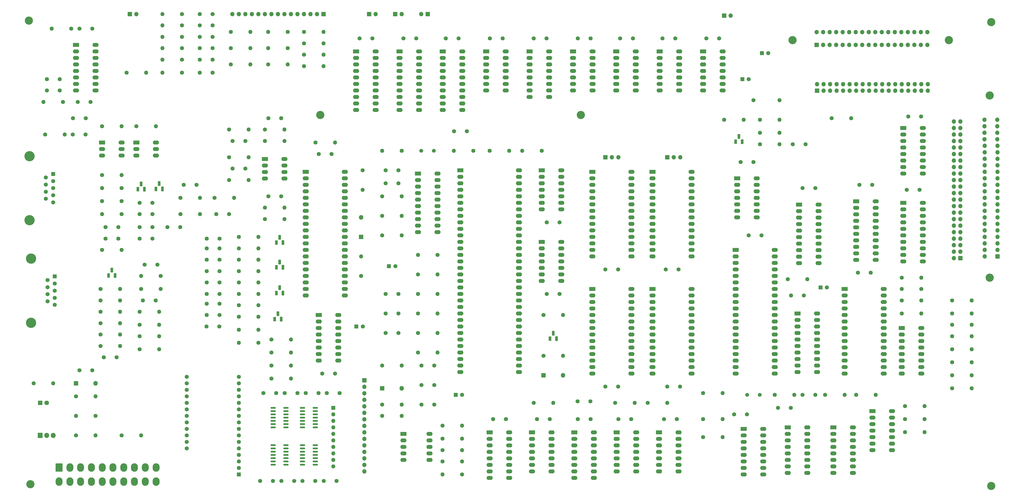
<source format=gbr>
%TF.GenerationSoftware,KiCad,Pcbnew,6.0.1-79c1e3a40b~116~ubuntu21.04.1*%
%TF.CreationDate,2022-06-30T07:35:42-05:00*%
%TF.ProjectId,Console,436f6e73-6f6c-4652-9e6b-696361645f70,rev?*%
%TF.SameCoordinates,Original*%
%TF.FileFunction,Soldermask,Top*%
%TF.FilePolarity,Negative*%
%FSLAX46Y46*%
G04 Gerber Fmt 4.6, Leading zero omitted, Abs format (unit mm)*
G04 Created by KiCad (PCBNEW 6.0.1-79c1e3a40b~116~ubuntu21.04.1) date 2022-06-30 07:35:42*
%MOMM*%
%LPD*%
G01*
G04 APERTURE LIST*
G04 Aperture macros list*
%AMRoundRect*
0 Rectangle with rounded corners*
0 $1 Rounding radius*
0 $2 $3 $4 $5 $6 $7 $8 $9 X,Y pos of 4 corners*
0 Add a 4 corners polygon primitive as box body*
4,1,4,$2,$3,$4,$5,$6,$7,$8,$9,$2,$3,0*
0 Add four circle primitives for the rounded corners*
1,1,$1+$1,$2,$3*
1,1,$1+$1,$4,$5*
1,1,$1+$1,$6,$7*
1,1,$1+$1,$8,$9*
0 Add four rect primitives between the rounded corners*
20,1,$1+$1,$2,$3,$4,$5,0*
20,1,$1+$1,$4,$5,$6,$7,0*
20,1,$1+$1,$6,$7,$8,$9,0*
20,1,$1+$1,$8,$9,$2,$3,0*%
G04 Aperture macros list end*
%ADD10R,2.400000X1.600000*%
%ADD11O,2.400000X1.600000*%
%ADD12C,1.600000*%
%ADD13O,1.600000X1.600000*%
%ADD14C,3.200000*%
%ADD15R,1.600000X1.600000*%
%ADD16R,1.800000X1.800000*%
%ADD17O,1.800000X1.800000*%
%ADD18C,4.000000*%
%ADD19C,1.500000*%
%ADD20R,1.700000X1.700000*%
%ADD21O,1.700000X1.700000*%
%ADD22RoundRect,0.150000X-0.825000X-0.150000X0.825000X-0.150000X0.825000X0.150000X-0.825000X0.150000X0*%
%ADD23R,1.100000X1.800000*%
%ADD24RoundRect,0.275000X-0.275000X-0.625000X0.275000X-0.625000X0.275000X0.625000X-0.275000X0.625000X0*%
%ADD25R,1.905000X2.000000*%
%ADD26O,1.905000X2.000000*%
%ADD27RoundRect,0.250001X-1.099999X-1.399999X1.099999X-1.399999X1.099999X1.399999X-1.099999X1.399999X0*%
%ADD28O,2.700000X3.300000*%
%ADD29C,1.800000*%
G04 APERTURE END LIST*
D10*
%TO.C,U7*%
X276870000Y-196265000D03*
D11*
X276870000Y-198805000D03*
X276870000Y-201345000D03*
X276870000Y-203885000D03*
X276870000Y-206425000D03*
X276870000Y-208965000D03*
X276870000Y-211505000D03*
X284490000Y-211505000D03*
X284490000Y-208965000D03*
X284490000Y-206425000D03*
X284490000Y-203885000D03*
X284490000Y-201345000D03*
X284490000Y-198805000D03*
X284490000Y-196265000D03*
%TD*%
D12*
%TO.C,R15*%
X192405000Y-203200000D03*
D13*
X200025000Y-203200000D03*
%TD*%
D12*
%TO.C,R14*%
X192405000Y-198755000D03*
D13*
X200025000Y-198755000D03*
%TD*%
D10*
%TO.C,U17*%
X226382500Y-47620000D03*
D11*
X226382500Y-50160000D03*
X226382500Y-52700000D03*
X226382500Y-55240000D03*
X226382500Y-57780000D03*
X226382500Y-60320000D03*
X226382500Y-62860000D03*
X226382500Y-65400000D03*
X234002500Y-65400000D03*
X234002500Y-62860000D03*
X234002500Y-60320000D03*
X234002500Y-57780000D03*
X234002500Y-55240000D03*
X234002500Y-52700000D03*
X234002500Y-50160000D03*
X234002500Y-47620000D03*
%TD*%
D12*
%TO.C,C85*%
X97790000Y-46355000D03*
X102790000Y-46355000D03*
%TD*%
%TO.C,R96*%
X391160000Y-158750000D03*
D13*
X398780000Y-158750000D03*
%TD*%
D10*
%TO.C,U11*%
X192566300Y-47620000D03*
D11*
X192566300Y-50160000D03*
X192566300Y-52700000D03*
X192566300Y-55240000D03*
X192566300Y-57780000D03*
X192566300Y-60320000D03*
X192566300Y-62860000D03*
X192566300Y-65400000D03*
X192566300Y-67940000D03*
X192566300Y-70480000D03*
X200186300Y-70480000D03*
X200186300Y-67940000D03*
X200186300Y-65400000D03*
X200186300Y-62860000D03*
X200186300Y-60320000D03*
X200186300Y-57780000D03*
X200186300Y-55240000D03*
X200186300Y-52700000D03*
X200186300Y-50160000D03*
X200186300Y-47620000D03*
%TD*%
D12*
%TO.C,R9*%
X231140000Y-86360000D03*
D13*
X223520000Y-86360000D03*
%TD*%
D12*
%TO.C,C37*%
X308650000Y-90805000D03*
X313650000Y-90805000D03*
%TD*%
D14*
%TO.C,H10*%
X389890000Y-43180000D03*
%TD*%
D12*
%TO.C,R21*%
X49530000Y-182245000D03*
D13*
X57150000Y-182245000D03*
%TD*%
D15*
%TO.C,C5*%
X171558600Y-131445000D03*
D12*
X174058600Y-131445000D03*
%TD*%
D10*
%TO.C,U44*%
X372120000Y-106685000D03*
D11*
X372120000Y-109225000D03*
X372120000Y-111765000D03*
X372120000Y-114305000D03*
X372120000Y-116845000D03*
X372120000Y-119385000D03*
X372120000Y-121925000D03*
X372120000Y-124465000D03*
X372120000Y-127005000D03*
X372120000Y-129545000D03*
X379740000Y-129545000D03*
X379740000Y-127005000D03*
X379740000Y-124465000D03*
X379740000Y-121925000D03*
X379740000Y-119385000D03*
X379740000Y-116845000D03*
X379740000Y-114305000D03*
X379740000Y-111765000D03*
X379740000Y-109225000D03*
X379740000Y-106685000D03*
%TD*%
D12*
%TO.C,C27*%
X50205000Y-67310000D03*
X55205000Y-67310000D03*
%TD*%
%TO.C,R19*%
X259715000Y-184785000D03*
D13*
X267335000Y-184785000D03*
%TD*%
D12*
%TO.C,C47*%
X139105000Y-180975000D03*
X144105000Y-180975000D03*
%TD*%
D14*
%TO.C,H6*%
X31750000Y-216535000D03*
%TD*%
D12*
%TO.C,L19*%
X67310000Y-111125000D03*
D13*
X59690000Y-111125000D03*
%TD*%
D12*
%TO.C,C64*%
X91520000Y-99695000D03*
X96520000Y-99695000D03*
%TD*%
D10*
%TO.C,U8*%
X243830000Y-196265000D03*
D11*
X243830000Y-198805000D03*
X243830000Y-201345000D03*
X243830000Y-203885000D03*
X243830000Y-206425000D03*
X243830000Y-208965000D03*
X243830000Y-211505000D03*
X243830000Y-214045000D03*
X251450000Y-214045000D03*
X251450000Y-211505000D03*
X251450000Y-208965000D03*
X251450000Y-206425000D03*
X251450000Y-203885000D03*
X251450000Y-201345000D03*
X251450000Y-198805000D03*
X251450000Y-196265000D03*
%TD*%
D12*
%TO.C,C23*%
X160060000Y-42545000D03*
X165060000Y-42545000D03*
%TD*%
D16*
%TO.C,CR1*%
X49530000Y-177165000D03*
D17*
X57150000Y-177165000D03*
%TD*%
D10*
%TO.C,U38*%
X331480000Y-107320000D03*
D11*
X331480000Y-109860000D03*
X331480000Y-112400000D03*
X331480000Y-114940000D03*
X331480000Y-117480000D03*
X331480000Y-120020000D03*
X331480000Y-122560000D03*
X331480000Y-125100000D03*
X331480000Y-127640000D03*
X331480000Y-130180000D03*
X339100000Y-130180000D03*
X339100000Y-127640000D03*
X339100000Y-125100000D03*
X339100000Y-122560000D03*
X339100000Y-120020000D03*
X339100000Y-117480000D03*
X339100000Y-114940000D03*
X339100000Y-112400000D03*
X339100000Y-109860000D03*
X339100000Y-107320000D03*
%TD*%
D18*
%TO.C,J10*%
X31400300Y-88455000D03*
X31400300Y-113455000D03*
D15*
X40600300Y-95415000D03*
D12*
X40600300Y-98185000D03*
X40600300Y-100955000D03*
X40600300Y-103725000D03*
X40600300Y-106495000D03*
X37760300Y-96800000D03*
X37760300Y-99570000D03*
X37760300Y-102340000D03*
X37760300Y-105110000D03*
%TD*%
%TO.C,C4*%
X170220000Y-99060000D03*
X175220000Y-99060000D03*
%TD*%
%TO.C,C6*%
X170220000Y-142240000D03*
X175220000Y-142240000D03*
%TD*%
%TO.C,C19*%
X245150000Y-42545000D03*
X250150000Y-42545000D03*
%TD*%
%TO.C,R84*%
X138430000Y-48895000D03*
D13*
X146050000Y-48895000D03*
%TD*%
D19*
%TO.C,Y2*%
X311240000Y-181610000D03*
X316120000Y-181610000D03*
%TD*%
D20*
%TO.C,J8*%
X70485000Y-33020000D03*
D21*
X73025000Y-33020000D03*
%TD*%
D12*
%TO.C,R6*%
X190500000Y-127000000D03*
D13*
X182880000Y-127000000D03*
%TD*%
D12*
%TO.C,R67*%
X123190000Y-108585000D03*
D13*
X130810000Y-108585000D03*
%TD*%
D10*
%TO.C,U18*%
X294015000Y-47620000D03*
D11*
X294015000Y-50160000D03*
X294015000Y-52700000D03*
X294015000Y-55240000D03*
X294015000Y-57780000D03*
X294015000Y-60320000D03*
X294015000Y-62860000D03*
X301635000Y-62860000D03*
X301635000Y-60320000D03*
X301635000Y-57780000D03*
X301635000Y-55240000D03*
X301635000Y-52700000D03*
X301635000Y-50160000D03*
X301635000Y-47620000D03*
%TD*%
D14*
%TO.C,H5*%
X406400000Y-36195000D03*
%TD*%
D12*
%TO.C,R66*%
X123190000Y-113030000D03*
D13*
X130810000Y-113030000D03*
%TD*%
D12*
%TO.C,C34*%
X212130000Y-191135000D03*
X217130000Y-191135000D03*
%TD*%
%TO.C,R27*%
X272415000Y-184785000D03*
D13*
X280035000Y-184785000D03*
%TD*%
D12*
%TO.C,R62*%
X160655000Y-135255000D03*
D13*
X160655000Y-127635000D03*
%TD*%
D12*
%TO.C,R58*%
X90805000Y-41910000D03*
D13*
X83185000Y-41910000D03*
%TD*%
D10*
%TO.C,U14*%
X277106900Y-47620000D03*
D11*
X277106900Y-50160000D03*
X277106900Y-52700000D03*
X277106900Y-55240000D03*
X277106900Y-57780000D03*
X277106900Y-60320000D03*
X277106900Y-62860000D03*
X284726900Y-62860000D03*
X284726900Y-60320000D03*
X284726900Y-57780000D03*
X284726900Y-55240000D03*
X284726900Y-52700000D03*
X284726900Y-50160000D03*
X284726900Y-47620000D03*
%TD*%
D12*
%TO.C,C43*%
X306110000Y-189230000D03*
X311110000Y-189230000D03*
%TD*%
%TO.C,C52*%
X38140000Y-58420000D03*
X43140000Y-58420000D03*
%TD*%
%TO.C,R101*%
X391160000Y-149860000D03*
D13*
X398780000Y-149860000D03*
%TD*%
D12*
%TO.C,C26*%
X255905000Y-178435000D03*
X260905000Y-178435000D03*
%TD*%
%TO.C,C54*%
X43140000Y-62865000D03*
X38140000Y-62865000D03*
%TD*%
%TO.C,R80*%
X138430000Y-40005000D03*
D13*
X146050000Y-40005000D03*
%TD*%
D12*
%TO.C,R17*%
X227965000Y-184785000D03*
D13*
X235585000Y-184785000D03*
%TD*%
D12*
%TO.C,R89*%
X371475000Y-135890000D03*
D13*
X379095000Y-135890000D03*
%TD*%
D16*
%TO.C,CR4*%
X160655000Y-120015000D03*
D17*
X160655000Y-112395000D03*
%TD*%
D10*
%TO.C,SW1*%
X177170000Y-196855000D03*
D11*
X177170000Y-199395000D03*
X177170000Y-201935000D03*
X177170000Y-204475000D03*
X177170000Y-207015000D03*
X187330000Y-207015000D03*
X187330000Y-204475000D03*
X187330000Y-201935000D03*
X187330000Y-199395000D03*
X187330000Y-196855000D03*
%TD*%
D12*
%TO.C,R60*%
X90805000Y-50800000D03*
D13*
X83185000Y-50800000D03*
%TD*%
D12*
%TO.C,C11*%
X184190000Y-170180000D03*
X189190000Y-170180000D03*
%TD*%
%TO.C,R88*%
X59055000Y-144780000D03*
D13*
X66675000Y-144780000D03*
%TD*%
D12*
%TO.C,R31*%
X125730000Y-165100000D03*
D13*
X133350000Y-165100000D03*
%TD*%
D14*
%TO.C,H3*%
X31115000Y-35560000D03*
%TD*%
D12*
%TO.C,R51*%
X113030000Y-146685000D03*
D13*
X120650000Y-146685000D03*
%TD*%
D12*
%TO.C,C78*%
X105410000Y-154940000D03*
X100410000Y-154940000D03*
%TD*%
D22*
%TO.C,U27*%
X137860000Y-186690000D03*
X137860000Y-187960000D03*
X137860000Y-189230000D03*
X137860000Y-190500000D03*
X137860000Y-191770000D03*
X137860000Y-193040000D03*
X137860000Y-194310000D03*
X142810000Y-194310000D03*
X142810000Y-193040000D03*
X142810000Y-191770000D03*
X142810000Y-190500000D03*
X142810000Y-189230000D03*
X142810000Y-187960000D03*
X142810000Y-186690000D03*
%TD*%
D12*
%TO.C,C28*%
X373420000Y-101600000D03*
X378420000Y-101600000D03*
%TD*%
%TO.C,C63*%
X104180000Y-111125000D03*
X109180000Y-111125000D03*
%TD*%
%TO.C,C2*%
X170220000Y-93980000D03*
X175220000Y-93980000D03*
%TD*%
%TO.C,R102*%
X391160000Y-179070000D03*
D13*
X398780000Y-179070000D03*
%TD*%
D12*
%TO.C,L5*%
X57150000Y-189865000D03*
D13*
X49530000Y-189865000D03*
%TD*%
D12*
%TO.C,R13*%
X294005000Y-198120000D03*
D13*
X301625000Y-198120000D03*
%TD*%
D12*
%TO.C,L14*%
X109855000Y-52705000D03*
D13*
X117475000Y-52705000D03*
%TD*%
D12*
%TO.C,R40*%
X90210000Y-111125000D03*
D13*
X97830000Y-111125000D03*
%TD*%
D12*
%TO.C,C15*%
X50840000Y-172085000D03*
X55840000Y-172085000D03*
%TD*%
D20*
%TO.C,J2*%
X173990000Y-33020000D03*
D21*
X176530000Y-33020000D03*
%TD*%
D12*
%TO.C,C1*%
X175220000Y-149860000D03*
X170220000Y-149860000D03*
%TD*%
%TO.C,C82*%
X97790000Y-50800000D03*
X102790000Y-50800000D03*
%TD*%
%TO.C,R82*%
X138430000Y-44450000D03*
D13*
X146050000Y-44450000D03*
%TD*%
D10*
%TO.C,U6*%
X260350000Y-196265000D03*
D11*
X260350000Y-198805000D03*
X260350000Y-201345000D03*
X260350000Y-203885000D03*
X260350000Y-206425000D03*
X260350000Y-208965000D03*
X260350000Y-211505000D03*
X267970000Y-211505000D03*
X267970000Y-208965000D03*
X267970000Y-206425000D03*
X267970000Y-203885000D03*
X267970000Y-201345000D03*
X267970000Y-198805000D03*
X267970000Y-196265000D03*
%TD*%
D12*
%TO.C,L16*%
X109855000Y-40005000D03*
D13*
X117475000Y-40005000D03*
%TD*%
D12*
%TO.C,C38*%
X311785000Y-119380000D03*
X316785000Y-119380000D03*
%TD*%
%TO.C,C86*%
X97790000Y-55880000D03*
X102790000Y-55880000D03*
%TD*%
D10*
%TO.C,U40*%
X123200000Y-89545000D03*
D11*
X123200000Y-92085000D03*
X123200000Y-94625000D03*
X123200000Y-97165000D03*
X130820000Y-97165000D03*
X130820000Y-94625000D03*
X130820000Y-92085000D03*
X130820000Y-89545000D03*
%TD*%
D10*
%TO.C,U16*%
X243290600Y-47620000D03*
D11*
X243290600Y-50160000D03*
X243290600Y-52700000D03*
X243290600Y-55240000D03*
X243290600Y-57780000D03*
X243290600Y-60320000D03*
X243290600Y-62860000D03*
X250910600Y-62860000D03*
X250910600Y-60320000D03*
X250910600Y-57780000D03*
X250910600Y-55240000D03*
X250910600Y-52700000D03*
X250910600Y-50160000D03*
X250910600Y-47620000D03*
%TD*%
D12*
%TO.C,C7*%
X184190000Y-177800000D03*
X189190000Y-177800000D03*
%TD*%
%TO.C,R49*%
X113030000Y-137795000D03*
D13*
X120650000Y-137795000D03*
%TD*%
D10*
%TO.C,U32*%
X274315000Y-94600000D03*
D11*
X274315000Y-97140000D03*
X274315000Y-99680000D03*
X274315000Y-102220000D03*
X274315000Y-104760000D03*
X274315000Y-107300000D03*
X274315000Y-109840000D03*
X274315000Y-112380000D03*
X274315000Y-114920000D03*
X274315000Y-117460000D03*
X274315000Y-120000000D03*
X274315000Y-122540000D03*
X274315000Y-125080000D03*
X274315000Y-127620000D03*
X289555000Y-127620000D03*
X289555000Y-125080000D03*
X289555000Y-122540000D03*
X289555000Y-120000000D03*
X289555000Y-117460000D03*
X289555000Y-114920000D03*
X289555000Y-112380000D03*
X289555000Y-109840000D03*
X289555000Y-107300000D03*
X289555000Y-104760000D03*
X289555000Y-102220000D03*
X289555000Y-99680000D03*
X289555000Y-97140000D03*
X289555000Y-94600000D03*
%TD*%
D12*
%TO.C,R98*%
X372745000Y-196215000D03*
D13*
X380365000Y-196215000D03*
%TD*%
D12*
%TO.C,C41*%
X233085000Y-114300000D03*
X238085000Y-114300000D03*
%TD*%
%TO.C,R47*%
X113030000Y-128905000D03*
D13*
X120650000Y-128905000D03*
%TD*%
D12*
%TO.C,R54*%
X123190000Y-82550000D03*
D13*
X130810000Y-82550000D03*
%TD*%
D12*
%TO.C,C36*%
X280075000Y-178435000D03*
X285075000Y-178435000D03*
%TD*%
%TO.C,R16*%
X192405000Y-207645000D03*
D13*
X200025000Y-207645000D03*
%TD*%
D12*
%TO.C,R53*%
X113030000Y-156210000D03*
D13*
X120650000Y-156210000D03*
%TD*%
D12*
%TO.C,R45*%
X113030000Y-120015000D03*
D13*
X120650000Y-120015000D03*
%TD*%
D12*
%TO.C,R90*%
X379095000Y-140335000D03*
D13*
X371475000Y-140335000D03*
%TD*%
D12*
%TO.C,C13*%
X295315000Y-42545000D03*
X300315000Y-42545000D03*
%TD*%
D10*
%TO.C,U1*%
X182890000Y-95255000D03*
D11*
X182890000Y-97795000D03*
X182890000Y-100335000D03*
X182890000Y-102875000D03*
X182890000Y-105415000D03*
X182890000Y-107955000D03*
X182890000Y-110495000D03*
X182890000Y-113035000D03*
X182890000Y-115575000D03*
X182890000Y-118115000D03*
X190510000Y-118115000D03*
X190510000Y-115575000D03*
X190510000Y-113035000D03*
X190510000Y-110495000D03*
X190510000Y-107955000D03*
X190510000Y-105415000D03*
X190510000Y-102875000D03*
X190510000Y-100335000D03*
X190510000Y-97795000D03*
X190510000Y-95255000D03*
%TD*%
D12*
%TO.C,R2*%
X204470000Y-86360000D03*
D13*
X196850000Y-86360000D03*
%TD*%
D10*
%TO.C,U22*%
X344805000Y-194310000D03*
D11*
X344805000Y-196850000D03*
X344805000Y-199390000D03*
X344805000Y-201930000D03*
X344805000Y-204470000D03*
X344805000Y-207010000D03*
X344805000Y-209550000D03*
X344805000Y-212090000D03*
X352425000Y-212090000D03*
X352425000Y-209550000D03*
X352425000Y-207010000D03*
X352425000Y-204470000D03*
X352425000Y-201930000D03*
X352425000Y-199390000D03*
X352425000Y-196850000D03*
X352425000Y-194310000D03*
%TD*%
D12*
%TO.C,L12*%
X327025000Y-136525000D03*
D13*
X334645000Y-136525000D03*
%TD*%
D12*
%TO.C,R30*%
X125730000Y-170180000D03*
D13*
X133350000Y-170180000D03*
%TD*%
D12*
%TO.C,R76*%
X74295000Y-154305000D03*
D13*
X81915000Y-154305000D03*
%TD*%
D12*
%TO.C,R4*%
X182880000Y-134620000D03*
D13*
X190500000Y-134620000D03*
%TD*%
D12*
%TO.C,R72*%
X59055000Y-158115000D03*
D13*
X66675000Y-158115000D03*
%TD*%
D12*
%TO.C,R65*%
X109220000Y-88900000D03*
D13*
X116840000Y-88900000D03*
%TD*%
D14*
%TO.C,H1*%
X406400000Y-217170000D03*
%TD*%
D12*
%TO.C,C61*%
X328970000Y-83820000D03*
X333970000Y-83820000D03*
%TD*%
D14*
%TO.C,H7*%
X328930000Y-43180000D03*
%TD*%
D12*
%TO.C,R75*%
X69215000Y-55880000D03*
D13*
X76835000Y-55880000D03*
%TD*%
D10*
%TO.C,U9*%
X227310000Y-196265000D03*
D11*
X227310000Y-198805000D03*
X227310000Y-201345000D03*
X227310000Y-203885000D03*
X227310000Y-206425000D03*
X227310000Y-208965000D03*
X227310000Y-211505000D03*
X234930000Y-211505000D03*
X234930000Y-208965000D03*
X234930000Y-206425000D03*
X234930000Y-203885000D03*
X234930000Y-201345000D03*
X234930000Y-198805000D03*
X234930000Y-196265000D03*
%TD*%
D12*
%TO.C,C79*%
X61000000Y-116205000D03*
X66000000Y-116205000D03*
%TD*%
D23*
%TO.C,Q9*%
X73660000Y-101365000D03*
D24*
X74930000Y-99295000D03*
X76200000Y-101365000D03*
%TD*%
D25*
%TO.C,U19*%
X35560000Y-197485000D03*
D26*
X38100000Y-197485000D03*
X40640000Y-197485000D03*
%TD*%
D12*
%TO.C,R64*%
X59690000Y-125095000D03*
D13*
X67310000Y-125095000D03*
%TD*%
D20*
%TO.C,J12*%
X146045000Y-33020000D03*
D21*
X143505000Y-33020000D03*
X140965000Y-33020000D03*
X138425000Y-33020000D03*
X135885000Y-33020000D03*
X133345000Y-33020000D03*
X130805000Y-33020000D03*
X128265000Y-33020000D03*
X125725000Y-33020000D03*
X123185000Y-33020000D03*
X120645000Y-33020000D03*
X118105000Y-33020000D03*
X115565000Y-33020000D03*
X113025000Y-33020000D03*
X110485000Y-33020000D03*
%TD*%
D12*
%TO.C,R50*%
X113030000Y-142240000D03*
D13*
X120650000Y-142240000D03*
%TD*%
D12*
%TO.C,C84*%
X97790000Y-37465000D03*
X102790000Y-37465000D03*
%TD*%
%TO.C,L2*%
X182880000Y-149860000D03*
D13*
X190500000Y-149860000D03*
%TD*%
D12*
%TO.C,R61*%
X90805000Y-55880000D03*
D13*
X83185000Y-55880000D03*
%TD*%
D10*
%TO.C,U35*%
X330845000Y-149865000D03*
D11*
X330845000Y-152405000D03*
X330845000Y-154945000D03*
X330845000Y-157485000D03*
X330845000Y-160025000D03*
X330845000Y-162565000D03*
X330845000Y-165105000D03*
X330845000Y-167645000D03*
X330845000Y-170185000D03*
X330845000Y-172725000D03*
X338465000Y-172725000D03*
X338465000Y-170185000D03*
X338465000Y-167645000D03*
X338465000Y-165105000D03*
X338465000Y-162565000D03*
X338465000Y-160025000D03*
X338465000Y-157485000D03*
X338465000Y-154945000D03*
X338465000Y-152405000D03*
X338465000Y-149865000D03*
%TD*%
D12*
%TO.C,C65*%
X150495000Y-173355000D03*
X145495000Y-173355000D03*
%TD*%
D20*
%TO.C,J13*%
X394340000Y-128275000D03*
D21*
X391800000Y-128275000D03*
X394340000Y-125735000D03*
X391800000Y-125735000D03*
X394340000Y-123195000D03*
X391800000Y-123195000D03*
X394340000Y-120655000D03*
X391800000Y-120655000D03*
X394340000Y-118115000D03*
X391800000Y-118115000D03*
X394340000Y-115575000D03*
X391800000Y-115575000D03*
X394340000Y-113035000D03*
X391800000Y-113035000D03*
X394340000Y-110495000D03*
X391800000Y-110495000D03*
X394340000Y-107955000D03*
X391800000Y-107955000D03*
X394340000Y-105415000D03*
X391800000Y-105415000D03*
X394340000Y-102875000D03*
X391800000Y-102875000D03*
X394340000Y-100335000D03*
X391800000Y-100335000D03*
X394340000Y-97795000D03*
X391800000Y-97795000D03*
X394340000Y-95255000D03*
X391800000Y-95255000D03*
X394340000Y-92715000D03*
X391800000Y-92715000D03*
X394340000Y-90175000D03*
X391800000Y-90175000D03*
X394340000Y-87635000D03*
X391800000Y-87635000D03*
X394340000Y-85095000D03*
X391800000Y-85095000D03*
X394340000Y-82555000D03*
X391800000Y-82555000D03*
X394340000Y-80015000D03*
X391800000Y-80015000D03*
X394340000Y-77475000D03*
X391800000Y-77475000D03*
X394340000Y-74935000D03*
X391800000Y-74935000D03*
%TD*%
D12*
%TO.C,C71*%
X105490000Y-133350000D03*
X100490000Y-133350000D03*
%TD*%
%TO.C,L13*%
X132080000Y-40005000D03*
D13*
X124460000Y-40005000D03*
%TD*%
D12*
%TO.C,R63*%
X109220000Y-97790000D03*
D13*
X116840000Y-97790000D03*
%TD*%
D15*
%TO.C,C58*%
X316973600Y-48260000D03*
D12*
X319473600Y-48260000D03*
%TD*%
%TO.C,L4*%
X182880000Y-142240000D03*
D13*
X190500000Y-142240000D03*
%TD*%
D10*
%TO.C,U2*%
X199390000Y-93980000D03*
D11*
X199390000Y-96520000D03*
X199390000Y-99060000D03*
X199390000Y-101600000D03*
X199390000Y-104140000D03*
X199390000Y-106680000D03*
X199390000Y-109220000D03*
X199390000Y-111760000D03*
X199390000Y-114300000D03*
X199390000Y-116840000D03*
X199390000Y-119380000D03*
X199390000Y-121920000D03*
X199390000Y-124460000D03*
X199390000Y-127000000D03*
X199390000Y-129540000D03*
X199390000Y-132080000D03*
X199390000Y-134620000D03*
X199390000Y-137160000D03*
X199390000Y-139700000D03*
X199390000Y-142240000D03*
X199390000Y-144780000D03*
X199390000Y-147320000D03*
X199390000Y-149860000D03*
X199390000Y-152400000D03*
X199390000Y-154940000D03*
X199390000Y-157480000D03*
X199390000Y-160020000D03*
X199390000Y-162560000D03*
X199390000Y-165100000D03*
X199390000Y-167640000D03*
X199390000Y-170180000D03*
X199390000Y-172720000D03*
X222250000Y-172720000D03*
X222250000Y-170180000D03*
X222250000Y-167640000D03*
X222250000Y-165100000D03*
X222250000Y-162560000D03*
X222250000Y-160020000D03*
X222250000Y-157480000D03*
X222250000Y-154940000D03*
X222250000Y-152400000D03*
X222250000Y-149860000D03*
X222250000Y-147320000D03*
X222250000Y-144780000D03*
X222250000Y-142240000D03*
X222250000Y-139700000D03*
X222250000Y-137160000D03*
X222250000Y-134620000D03*
X222250000Y-132080000D03*
X222250000Y-129540000D03*
X222250000Y-127000000D03*
X222250000Y-124460000D03*
X222250000Y-121920000D03*
X222250000Y-119380000D03*
X222250000Y-116840000D03*
X222250000Y-114300000D03*
X222250000Y-111760000D03*
X222250000Y-109220000D03*
X222250000Y-106680000D03*
X222250000Y-104140000D03*
X222250000Y-101600000D03*
X222250000Y-99060000D03*
X222250000Y-96520000D03*
X222250000Y-93980000D03*
%TD*%
D10*
%TO.C,U10*%
X209474400Y-47620000D03*
D11*
X209474400Y-50160000D03*
X209474400Y-52700000D03*
X209474400Y-55240000D03*
X209474400Y-57780000D03*
X209474400Y-60320000D03*
X209474400Y-62860000D03*
X217094400Y-62860000D03*
X217094400Y-60320000D03*
X217094400Y-57780000D03*
X217094400Y-55240000D03*
X217094400Y-52700000D03*
X217094400Y-50160000D03*
X217094400Y-47620000D03*
%TD*%
D12*
%TO.C,R32*%
X47625000Y-38735000D03*
D13*
X40005000Y-38735000D03*
%TD*%
D12*
%TO.C,L1*%
X176530000Y-86360000D03*
D13*
X168910000Y-86360000D03*
%TD*%
D12*
%TO.C,R35*%
X316230000Y-83820000D03*
D13*
X323850000Y-83820000D03*
%TD*%
D23*
%TO.C,Q1*%
X234315000Y-159670000D03*
D24*
X235585000Y-157600000D03*
X236855000Y-159670000D03*
%TD*%
D12*
%TO.C,C48*%
X121325000Y-215265000D03*
X126325000Y-215265000D03*
%TD*%
D22*
%TO.C,U25*%
X126430000Y-201295000D03*
X126430000Y-202565000D03*
X126430000Y-203835000D03*
X126430000Y-205105000D03*
X126430000Y-206375000D03*
X126430000Y-207645000D03*
X126430000Y-208915000D03*
X131380000Y-208915000D03*
X131380000Y-207645000D03*
X131380000Y-206375000D03*
X131380000Y-205105000D03*
X131380000Y-203835000D03*
X131380000Y-202565000D03*
X131380000Y-201295000D03*
%TD*%
D23*
%TO.C,Q2*%
X306705000Y-82835000D03*
D24*
X307975000Y-80765000D03*
X309245000Y-82835000D03*
%TD*%
D14*
%TO.C,H2*%
X246380000Y-72390000D03*
%TD*%
D12*
%TO.C,R104*%
X391160000Y-163830000D03*
D13*
X398780000Y-163830000D03*
%TD*%
D12*
%TO.C,C29*%
X210860000Y-42545000D03*
X215860000Y-42545000D03*
%TD*%
%TO.C,R23*%
X231775000Y-166370000D03*
D13*
X239395000Y-166370000D03*
%TD*%
D12*
%TO.C,C91*%
X61000000Y-120650000D03*
X66000000Y-120650000D03*
%TD*%
D14*
%TO.C,H8*%
X405765000Y-64770000D03*
%TD*%
D20*
%TO.C,J14*%
X408875000Y-127635000D03*
D21*
X403875000Y-127635000D03*
X408875000Y-125095000D03*
X403875000Y-125095000D03*
X408875000Y-122555000D03*
X403875000Y-122555000D03*
X408875000Y-120015000D03*
X403875000Y-120015000D03*
X408875000Y-117475000D03*
X403875000Y-117475000D03*
X408875000Y-114935000D03*
X403875000Y-114935000D03*
X408875000Y-112395000D03*
X403875000Y-112395000D03*
X408875000Y-109855000D03*
X403875000Y-109855000D03*
X408875000Y-107315000D03*
X403875000Y-107315000D03*
X408875000Y-104775000D03*
X403875000Y-104775000D03*
X408875000Y-102235000D03*
X403875000Y-102235000D03*
X408875000Y-99695000D03*
X403875000Y-99695000D03*
X408875000Y-97155000D03*
X403875000Y-97155000D03*
X408875000Y-94615000D03*
X403875000Y-94615000D03*
X408875000Y-92075000D03*
X403875000Y-92075000D03*
X408875000Y-89535000D03*
X403875000Y-89535000D03*
X408875000Y-86995000D03*
X403875000Y-86995000D03*
X408875000Y-84455000D03*
X403875000Y-84455000D03*
X408795000Y-81915000D03*
X403795000Y-81915000D03*
X408795000Y-79375000D03*
X403795000Y-79375000D03*
X408795000Y-76835000D03*
X403795000Y-76835000D03*
X408795000Y-74295000D03*
X403795000Y-74295000D03*
%TD*%
D12*
%TO.C,C32*%
X354370000Y-133985000D03*
X359370000Y-133985000D03*
%TD*%
%TO.C,R79*%
X59690000Y-76835000D03*
D13*
X67310000Y-76835000D03*
%TD*%
D12*
%TO.C,R68*%
X59055000Y-149225000D03*
D13*
X66675000Y-149225000D03*
%TD*%
D12*
%TO.C,C55*%
X332780000Y-181610000D03*
X337780000Y-181610000D03*
%TD*%
%TO.C,R3*%
X182880000Y-157480000D03*
D13*
X190500000Y-157480000D03*
%TD*%
D12*
%TO.C,C69*%
X110530000Y-82550000D03*
X115530000Y-82550000D03*
%TD*%
%TO.C,R99*%
X344170000Y-73660000D03*
D13*
X351790000Y-73660000D03*
%TD*%
D12*
%TO.C,C46*%
X122555000Y-180975000D03*
X127555000Y-180975000D03*
%TD*%
%TO.C,C53*%
X50840000Y-38735000D03*
X55840000Y-38735000D03*
%TD*%
D10*
%TO.C,U15*%
X260198800Y-47620000D03*
D11*
X260198800Y-50160000D03*
X260198800Y-52700000D03*
X260198800Y-55240000D03*
X260198800Y-57780000D03*
X260198800Y-60320000D03*
X260198800Y-62860000D03*
X267818800Y-62860000D03*
X267818800Y-60320000D03*
X267818800Y-57780000D03*
X267818800Y-55240000D03*
X267818800Y-52700000D03*
X267818800Y-50160000D03*
X267818800Y-47620000D03*
%TD*%
D19*
%TO.C,Y1*%
X184150000Y-86360000D03*
X189030000Y-86360000D03*
%TD*%
D12*
%TO.C,R55*%
X123190000Y-78105000D03*
D13*
X130810000Y-78105000D03*
%TD*%
D12*
%TO.C,R41*%
X103545000Y-104775000D03*
D13*
X111165000Y-104775000D03*
%TD*%
D12*
%TO.C,C83*%
X124500000Y-104140000D03*
X129500000Y-104140000D03*
%TD*%
%TO.C,L3*%
X168910000Y-119380000D03*
D13*
X176530000Y-119380000D03*
%TD*%
D12*
%TO.C,C16*%
X355005000Y-99695000D03*
X360005000Y-99695000D03*
%TD*%
D23*
%TO.C,Q4*%
X127000000Y-152050000D03*
D24*
X128270000Y-149980000D03*
X129540000Y-152050000D03*
%TD*%
D12*
%TO.C,R83*%
X74930000Y-140335000D03*
D13*
X82550000Y-140335000D03*
%TD*%
D12*
%TO.C,R7*%
X168910000Y-111760000D03*
D13*
X176530000Y-111760000D03*
%TD*%
D12*
%TO.C,R93*%
X372745000Y-186055000D03*
D13*
X380365000Y-186055000D03*
%TD*%
D20*
%TO.C,J6*%
X255905000Y-88900000D03*
D21*
X258445000Y-88900000D03*
X260985000Y-88900000D03*
%TD*%
D12*
%TO.C,R74*%
X59055000Y-162560000D03*
D13*
X66675000Y-162560000D03*
%TD*%
D12*
%TO.C,R69*%
X74295000Y-163830000D03*
D13*
X81915000Y-163830000D03*
%TD*%
D20*
%TO.C,J9*%
X302255000Y-33655000D03*
D21*
X304795000Y-33655000D03*
%TD*%
D12*
%TO.C,C88*%
X74335000Y-111125000D03*
X79335000Y-111125000D03*
%TD*%
D10*
%TO.C,U30*%
X250820000Y-94600000D03*
D11*
X250820000Y-97140000D03*
X250820000Y-99680000D03*
X250820000Y-102220000D03*
X250820000Y-104760000D03*
X250820000Y-107300000D03*
X250820000Y-109840000D03*
X250820000Y-112380000D03*
X250820000Y-114920000D03*
X250820000Y-117460000D03*
X250820000Y-120000000D03*
X250820000Y-122540000D03*
X250820000Y-125080000D03*
X250820000Y-127620000D03*
X266060000Y-127620000D03*
X266060000Y-125080000D03*
X266060000Y-122540000D03*
X266060000Y-120000000D03*
X266060000Y-117460000D03*
X266060000Y-114920000D03*
X266060000Y-112380000D03*
X266060000Y-109840000D03*
X266060000Y-107300000D03*
X266060000Y-104760000D03*
X266060000Y-102220000D03*
X266060000Y-99680000D03*
X266060000Y-97140000D03*
X266060000Y-94600000D03*
%TD*%
D12*
%TO.C,L7*%
X49530000Y-197485000D03*
D13*
X57150000Y-197485000D03*
%TD*%
D22*
%TO.C,U28*%
X137860000Y-201295000D03*
X137860000Y-202565000D03*
X137860000Y-203835000D03*
X137860000Y-205105000D03*
X137860000Y-206375000D03*
X137860000Y-207645000D03*
X137860000Y-208915000D03*
X142810000Y-208915000D03*
X142810000Y-207645000D03*
X142810000Y-206375000D03*
X142810000Y-205105000D03*
X142810000Y-203835000D03*
X142810000Y-202565000D03*
X142810000Y-201295000D03*
%TD*%
D12*
%TO.C,C39*%
X245150000Y-191135000D03*
X250150000Y-191135000D03*
%TD*%
%TO.C,L9*%
X294005000Y-180975000D03*
D13*
X301625000Y-180975000D03*
%TD*%
D12*
%TO.C,C94*%
X74335000Y-120650000D03*
X79335000Y-120650000D03*
%TD*%
%TO.C,R11*%
X200025000Y-212725000D03*
D13*
X192405000Y-212725000D03*
%TD*%
D12*
%TO.C,R36*%
X316230000Y-74295000D03*
D13*
X323850000Y-74295000D03*
%TD*%
D12*
%TO.C,C35*%
X261025000Y-191135000D03*
X266025000Y-191135000D03*
%TD*%
%TO.C,C30*%
X279440000Y-132715000D03*
X284440000Y-132715000D03*
%TD*%
%TO.C,C14*%
X283170000Y-42545000D03*
X278170000Y-42545000D03*
%TD*%
D22*
%TO.C,U26*%
X126430000Y-186690000D03*
X126430000Y-187960000D03*
X126430000Y-189230000D03*
X126430000Y-190500000D03*
X126430000Y-191770000D03*
X126430000Y-193040000D03*
X126430000Y-194310000D03*
X131380000Y-194310000D03*
X131380000Y-193040000D03*
X131380000Y-191770000D03*
X131380000Y-190500000D03*
X131380000Y-189230000D03*
X131380000Y-187960000D03*
X131380000Y-186690000D03*
%TD*%
D23*
%TO.C,Q8*%
X80645000Y-101250000D03*
D24*
X81915000Y-99180000D03*
X83185000Y-101250000D03*
%TD*%
D12*
%TO.C,C25*%
X184190000Y-185420000D03*
X189190000Y-185420000D03*
%TD*%
%TO.C,C31*%
X229235000Y-191135000D03*
X234235000Y-191135000D03*
%TD*%
D10*
%TO.C,U34*%
X306705000Y-125095000D03*
D11*
X306705000Y-127635000D03*
X306705000Y-130175000D03*
X306705000Y-132715000D03*
X306705000Y-135255000D03*
X306705000Y-137795000D03*
X306705000Y-140335000D03*
X306705000Y-142875000D03*
X306705000Y-145415000D03*
X306705000Y-147955000D03*
X306705000Y-150495000D03*
X306705000Y-153035000D03*
X306705000Y-155575000D03*
X306705000Y-158115000D03*
X306705000Y-160655000D03*
X306705000Y-163195000D03*
X306705000Y-165735000D03*
X306705000Y-168275000D03*
X306705000Y-170815000D03*
X306705000Y-173355000D03*
X321945000Y-173355000D03*
X321945000Y-170815000D03*
X321945000Y-168275000D03*
X321945000Y-165735000D03*
X321945000Y-163195000D03*
X321945000Y-160655000D03*
X321945000Y-158115000D03*
X321945000Y-155575000D03*
X321945000Y-153035000D03*
X321945000Y-150495000D03*
X321945000Y-147955000D03*
X321945000Y-145415000D03*
X321945000Y-142875000D03*
X321945000Y-140335000D03*
X321945000Y-137795000D03*
X321945000Y-135255000D03*
X321945000Y-132715000D03*
X321945000Y-130175000D03*
X321945000Y-127635000D03*
X321945000Y-125095000D03*
%TD*%
D12*
%TO.C,L10*%
X353695000Y-181610000D03*
D13*
X361315000Y-181610000D03*
%TD*%
D10*
%TO.C,U4*%
X231150000Y-121915000D03*
D11*
X231150000Y-124455000D03*
X231150000Y-126995000D03*
X231150000Y-129535000D03*
X231150000Y-132075000D03*
X231150000Y-134615000D03*
X231150000Y-137155000D03*
X238770000Y-137155000D03*
X238770000Y-134615000D03*
X238770000Y-132075000D03*
X238770000Y-129535000D03*
X238770000Y-126995000D03*
X238770000Y-124455000D03*
X238770000Y-121915000D03*
%TD*%
D12*
%TO.C,C24*%
X193715000Y-42545000D03*
X198715000Y-42545000D03*
%TD*%
%TO.C,R81*%
X82550000Y-135255000D03*
D13*
X74930000Y-135255000D03*
%TD*%
D12*
%TO.C,C68*%
X110530000Y-93345000D03*
X115530000Y-93345000D03*
%TD*%
%TO.C,R29*%
X125730000Y-160020000D03*
D13*
X133350000Y-160020000D03*
%TD*%
D14*
%TO.C,H9*%
X405765000Y-135890000D03*
%TD*%
D23*
%TO.C,Q6*%
X127635000Y-141890000D03*
D24*
X128905000Y-139820000D03*
X130175000Y-141890000D03*
%TD*%
D10*
%TO.C,U21*%
X307350000Y-97150000D03*
D11*
X307350000Y-99690000D03*
X307350000Y-102230000D03*
X307350000Y-104770000D03*
X307350000Y-107310000D03*
X307350000Y-109850000D03*
X307350000Y-112390000D03*
X314970000Y-112390000D03*
X314970000Y-109850000D03*
X314970000Y-107310000D03*
X314970000Y-104770000D03*
X314970000Y-102230000D03*
X314970000Y-99690000D03*
X314970000Y-97150000D03*
%TD*%
D10*
%TO.C,U33*%
X49540000Y-45075000D03*
D11*
X49540000Y-47615000D03*
X49540000Y-50155000D03*
X49540000Y-52695000D03*
X49540000Y-55235000D03*
X49540000Y-57775000D03*
X49540000Y-60315000D03*
X49540000Y-62855000D03*
X57160000Y-62855000D03*
X57160000Y-60315000D03*
X57160000Y-57775000D03*
X57160000Y-55235000D03*
X57160000Y-52695000D03*
X57160000Y-50155000D03*
X57160000Y-47615000D03*
X57160000Y-45075000D03*
%TD*%
D12*
%TO.C,C33*%
X233045000Y-142240000D03*
X238045000Y-142240000D03*
%TD*%
%TO.C,C21*%
X278805000Y-191135000D03*
X283805000Y-191135000D03*
%TD*%
%TO.C,C66*%
X76240000Y-130810000D03*
X81240000Y-130810000D03*
%TD*%
%TO.C,R33*%
X321945000Y-181610000D03*
D13*
X329565000Y-181610000D03*
%TD*%
D20*
%TO.C,J7*%
X280035000Y-88900000D03*
D21*
X282575000Y-88900000D03*
X285115000Y-88900000D03*
%TD*%
D10*
%TO.C,U20*%
X360055000Y-187955000D03*
D11*
X360055000Y-190495000D03*
X360055000Y-193035000D03*
X360055000Y-195575000D03*
X360055000Y-198115000D03*
X360055000Y-200655000D03*
X360055000Y-203195000D03*
X367675000Y-203195000D03*
X367675000Y-200655000D03*
X367675000Y-198115000D03*
X367675000Y-195575000D03*
X367675000Y-193035000D03*
X367675000Y-190495000D03*
X367675000Y-187955000D03*
%TD*%
D12*
%TO.C,R39*%
X161290000Y-93980000D03*
D13*
X161290000Y-101600000D03*
%TD*%
D12*
%TO.C,R86*%
X37465000Y-80010000D03*
D13*
X45085000Y-80010000D03*
%TD*%
D12*
%TO.C,R59*%
X90805000Y-46355000D03*
D13*
X83185000Y-46355000D03*
%TD*%
D12*
%TO.C,C56*%
X323255000Y-186690000D03*
X328255000Y-186690000D03*
%TD*%
%TO.C,R70*%
X59055000Y-153670000D03*
D13*
X66675000Y-153670000D03*
%TD*%
D12*
%TO.C,R26*%
X168910000Y-189865000D03*
D13*
X176530000Y-189865000D03*
%TD*%
D12*
%TO.C,R92*%
X371475000Y-149860000D03*
D13*
X379095000Y-149860000D03*
%TD*%
D12*
%TO.C,R34*%
X316230000Y-79375000D03*
D13*
X323850000Y-79375000D03*
%TD*%
D12*
%TO.C,R56*%
X90805000Y-33020000D03*
D13*
X83185000Y-33020000D03*
%TD*%
D12*
%TO.C,C12*%
X245110000Y-184150000D03*
X250110000Y-184150000D03*
%TD*%
D15*
%TO.C,C59*%
X339833600Y-139700000D03*
D12*
X342333600Y-139700000D03*
%TD*%
%TO.C,C45*%
X146090000Y-215265000D03*
X151090000Y-215265000D03*
%TD*%
D10*
%TO.C,U13*%
X175658100Y-47620000D03*
D11*
X175658100Y-50160000D03*
X175658100Y-52700000D03*
X175658100Y-55240000D03*
X175658100Y-57780000D03*
X175658100Y-60320000D03*
X175658100Y-62860000D03*
X175658100Y-65400000D03*
X175658100Y-67940000D03*
X175658100Y-70480000D03*
X183278100Y-70480000D03*
X183278100Y-67940000D03*
X183278100Y-65400000D03*
X183278100Y-62860000D03*
X183278100Y-60320000D03*
X183278100Y-57780000D03*
X183278100Y-55240000D03*
X183278100Y-52700000D03*
X183278100Y-50160000D03*
X183278100Y-47620000D03*
%TD*%
D10*
%TO.C,U5*%
X210790000Y-196265000D03*
D11*
X210790000Y-198805000D03*
X210790000Y-201345000D03*
X210790000Y-203885000D03*
X210790000Y-206425000D03*
X210790000Y-208965000D03*
X210790000Y-211505000D03*
X210790000Y-214045000D03*
X218410000Y-214045000D03*
X218410000Y-211505000D03*
X218410000Y-208965000D03*
X218410000Y-206425000D03*
X218410000Y-203885000D03*
X218410000Y-201345000D03*
X218410000Y-198805000D03*
X218410000Y-196265000D03*
%TD*%
D12*
%TO.C,R42*%
X142875000Y-83185000D03*
D13*
X150495000Y-83185000D03*
%TD*%
D12*
%TO.C,R94*%
X391160000Y-154305000D03*
D13*
X398780000Y-154305000D03*
%TD*%
D12*
%TO.C,L6*%
X67310000Y-197485000D03*
D13*
X74930000Y-197485000D03*
%TD*%
D15*
%TO.C,C60*%
X309353600Y-58420000D03*
D12*
X311853600Y-58420000D03*
%TD*%
D10*
%TO.C,U41*%
X144185000Y-150495000D03*
D11*
X144185000Y-153035000D03*
X144185000Y-155575000D03*
X144185000Y-158115000D03*
X144185000Y-160655000D03*
X144185000Y-163195000D03*
X144185000Y-165735000D03*
X144185000Y-168275000D03*
X151805000Y-168275000D03*
X151805000Y-165735000D03*
X151805000Y-163195000D03*
X151805000Y-160655000D03*
X151805000Y-158115000D03*
X151805000Y-155575000D03*
X151805000Y-153035000D03*
X151805000Y-150495000D03*
%TD*%
D12*
%TO.C,C72*%
X105490000Y-142240000D03*
X100490000Y-142240000D03*
%TD*%
D10*
%TO.C,U45*%
X371485000Y-155565000D03*
D11*
X371485000Y-158105000D03*
X371485000Y-160645000D03*
X371485000Y-163185000D03*
X371485000Y-165725000D03*
X371485000Y-168265000D03*
X371485000Y-170805000D03*
X371485000Y-173345000D03*
X379105000Y-173345000D03*
X379105000Y-170805000D03*
X379105000Y-168265000D03*
X379105000Y-165725000D03*
X379105000Y-163185000D03*
X379105000Y-160645000D03*
X379105000Y-158105000D03*
X379105000Y-155565000D03*
%TD*%
D12*
%TO.C,C92*%
X48300000Y-73660000D03*
X53300000Y-73660000D03*
%TD*%
%TO.C,R43*%
X90210000Y-104775000D03*
D13*
X97830000Y-104775000D03*
%TD*%
D10*
%TO.C,U43*%
X59700000Y-83175000D03*
D11*
X59700000Y-85715000D03*
X59700000Y-88255000D03*
X67320000Y-88255000D03*
X67320000Y-85715000D03*
X67320000Y-83175000D03*
%TD*%
D12*
%TO.C,C18*%
X374055000Y-73025000D03*
X379055000Y-73025000D03*
%TD*%
%TO.C,R24*%
X231775000Y-150495000D03*
D13*
X239395000Y-150495000D03*
%TD*%
D12*
%TO.C,C22*%
X255945000Y-132715000D03*
X260945000Y-132715000D03*
%TD*%
D23*
%TO.C,Q7*%
X62230000Y-135020000D03*
D24*
X63500000Y-132950000D03*
X64770000Y-135020000D03*
%TD*%
D20*
%TO.C,J3*%
X163830000Y-33020000D03*
D21*
X166370000Y-33020000D03*
%TD*%
D12*
%TO.C,C90*%
X75605000Y-144780000D03*
X80605000Y-144780000D03*
%TD*%
%TO.C,R5*%
X168910000Y-104140000D03*
D13*
X176530000Y-104140000D03*
%TD*%
D27*
%TO.C,J4*%
X42932500Y-209937500D03*
D28*
X47132500Y-209937500D03*
X51332500Y-209937500D03*
X55532500Y-209937500D03*
X59732500Y-209937500D03*
X63932500Y-209937500D03*
X68132500Y-209937500D03*
X72332500Y-209937500D03*
X76532500Y-209937500D03*
X80732500Y-209937500D03*
X42932500Y-215437500D03*
X47132500Y-215437500D03*
X51332500Y-215437500D03*
X55532500Y-215437500D03*
X59732500Y-215437500D03*
X63932500Y-215437500D03*
X68132500Y-215437500D03*
X72332500Y-215437500D03*
X76532500Y-215437500D03*
X80732500Y-215437500D03*
%TD*%
D12*
%TO.C,C50*%
X129580000Y-215265000D03*
X134580000Y-215265000D03*
%TD*%
%TO.C,R71*%
X120650000Y-161290000D03*
D13*
X113030000Y-161290000D03*
%TD*%
D20*
%TO.C,J15*%
X338317500Y-45020000D03*
D21*
X338317500Y-40020000D03*
X340857500Y-45020000D03*
X340857500Y-40020000D03*
X343397500Y-45020000D03*
X343397500Y-40020000D03*
X345937500Y-45020000D03*
X345937500Y-40020000D03*
X348477500Y-45020000D03*
X348477500Y-40020000D03*
X351017500Y-45020000D03*
X351017500Y-40020000D03*
X353557500Y-45020000D03*
X353557500Y-40020000D03*
X356097500Y-45020000D03*
X356097500Y-40020000D03*
X358637500Y-45020000D03*
X358637500Y-40020000D03*
X361177500Y-45020000D03*
X361177500Y-40020000D03*
X363717500Y-45020000D03*
X363717500Y-40020000D03*
X366257500Y-45020000D03*
X366257500Y-40020000D03*
X368797500Y-45020000D03*
X368797500Y-40020000D03*
X371337500Y-45020000D03*
X371337500Y-40020000D03*
X373877500Y-45020000D03*
X373877500Y-40020000D03*
X376417500Y-45020000D03*
X376417500Y-40020000D03*
X378957500Y-45020000D03*
X378957500Y-40020000D03*
X381497500Y-45020000D03*
X381497500Y-40020000D03*
%TD*%
D10*
%TO.C,U42*%
X73035000Y-83175000D03*
D11*
X73035000Y-85715000D03*
X73035000Y-88255000D03*
X80655000Y-88255000D03*
X80655000Y-85715000D03*
X80655000Y-83175000D03*
%TD*%
D16*
%TO.C,D1*%
X35560000Y-184785000D03*
D29*
X38100000Y-184785000D03*
%TD*%
D20*
%TO.C,J16*%
X338470000Y-62870000D03*
D21*
X338470000Y-60330000D03*
X341010000Y-62870000D03*
X341010000Y-60330000D03*
X343550000Y-62870000D03*
X343550000Y-60330000D03*
X346090000Y-62870000D03*
X346090000Y-60330000D03*
X348630000Y-62870000D03*
X348630000Y-60330000D03*
X351170000Y-62870000D03*
X351170000Y-60330000D03*
X353710000Y-62870000D03*
X353710000Y-60330000D03*
X356250000Y-62870000D03*
X356250000Y-60330000D03*
X358790000Y-62870000D03*
X358790000Y-60330000D03*
X361330000Y-62870000D03*
X361330000Y-60330000D03*
X363870000Y-62870000D03*
X363870000Y-60330000D03*
X366410000Y-62870000D03*
X366410000Y-60330000D03*
X368950000Y-62870000D03*
X368950000Y-60330000D03*
X371490000Y-62870000D03*
X371490000Y-60330000D03*
X374030000Y-62870000D03*
X374030000Y-60330000D03*
X376570000Y-62870000D03*
X376570000Y-60330000D03*
X379110000Y-62870000D03*
X379110000Y-60330000D03*
X381650000Y-62870000D03*
X381650000Y-60330000D03*
%TD*%
D12*
%TO.C,C75*%
X105490000Y-128905000D03*
X100490000Y-128905000D03*
%TD*%
D15*
%TO.C,R22*%
X149860000Y-186695000D03*
D13*
X149860000Y-189235000D03*
X149860000Y-191775000D03*
X149860000Y-194315000D03*
X149860000Y-196855000D03*
X149860000Y-199395000D03*
X149860000Y-201935000D03*
X149860000Y-204475000D03*
X149860000Y-207015000D03*
X149860000Y-209555000D03*
%TD*%
D12*
%TO.C,R95*%
X372745000Y-191135000D03*
D13*
X380365000Y-191135000D03*
%TD*%
D12*
%TO.C,C76*%
X105490000Y-137795000D03*
X100490000Y-137795000D03*
%TD*%
D14*
%TO.C,H4*%
X144780000Y-72390000D03*
%TD*%
D12*
%TO.C,R48*%
X113030000Y-133350000D03*
D13*
X120650000Y-133350000D03*
%TD*%
D12*
%TO.C,C81*%
X97790000Y-41910000D03*
X102790000Y-41910000D03*
%TD*%
%TO.C,R28*%
X125730000Y-175260000D03*
D13*
X133350000Y-175260000D03*
%TD*%
D12*
%TO.C,C49*%
X147320000Y-180975000D03*
X152320000Y-180975000D03*
%TD*%
D15*
%TO.C,A1*%
X113030000Y-212725000D03*
D12*
X113030000Y-210185000D03*
X113030000Y-207645000D03*
X113030000Y-205105000D03*
X113030000Y-202565000D03*
X113030000Y-200025000D03*
X113030000Y-197485000D03*
X113030000Y-194945000D03*
X113030000Y-192405000D03*
X113030000Y-189865000D03*
X113030000Y-187325000D03*
X113030000Y-184785000D03*
X113030000Y-182245000D03*
X113030000Y-179705000D03*
X113030000Y-177165000D03*
X113030000Y-174625000D03*
X92710000Y-174625000D03*
X92710000Y-177165000D03*
X92710000Y-179705000D03*
X92710000Y-182245000D03*
X92710000Y-184785000D03*
X92710000Y-187325000D03*
X92710000Y-189865000D03*
X92710000Y-192405000D03*
X92710000Y-194945000D03*
X92710000Y-197485000D03*
X92710000Y-200025000D03*
X92710000Y-202565000D03*
%TD*%
%TO.C,L11*%
X313690000Y-66675000D03*
D13*
X323850000Y-66675000D03*
%TD*%
D15*
%TO.C,C3*%
X158858600Y-154940000D03*
D12*
X161358600Y-154940000D03*
%TD*%
%TO.C,R38*%
X302260000Y-74295000D03*
D13*
X309880000Y-74295000D03*
%TD*%
D12*
%TO.C,R18*%
X294005000Y-191135000D03*
D13*
X301625000Y-191135000D03*
%TD*%
D12*
%TO.C,C42*%
X261660000Y-42545000D03*
X266660000Y-42545000D03*
%TD*%
D10*
%TO.C,U37*%
X349245000Y-140320000D03*
D11*
X349245000Y-142860000D03*
X349245000Y-145400000D03*
X349245000Y-147940000D03*
X349245000Y-150480000D03*
X349245000Y-153020000D03*
X349245000Y-155560000D03*
X349245000Y-158100000D03*
X349245000Y-160640000D03*
X349245000Y-163180000D03*
X349245000Y-165720000D03*
X349245000Y-168260000D03*
X349245000Y-170800000D03*
X349245000Y-173340000D03*
X364485000Y-173340000D03*
X364485000Y-170800000D03*
X364485000Y-168260000D03*
X364485000Y-165720000D03*
X364485000Y-163180000D03*
X364485000Y-160640000D03*
X364485000Y-158100000D03*
X364485000Y-155560000D03*
X364485000Y-153020000D03*
X364485000Y-150480000D03*
X364485000Y-147940000D03*
X364485000Y-145400000D03*
X364485000Y-142860000D03*
X364485000Y-140320000D03*
%TD*%
D12*
%TO.C,C73*%
X105490000Y-150495000D03*
X100490000Y-150495000D03*
%TD*%
D15*
%TO.C,C10*%
X197593600Y-181610000D03*
D12*
X200093600Y-181610000D03*
%TD*%
%TO.C,C74*%
X105490000Y-120650000D03*
X100490000Y-120650000D03*
%TD*%
%TO.C,R25*%
X168910000Y-185420000D03*
D13*
X176530000Y-185420000D03*
%TD*%
D12*
%TO.C,R97*%
X391160000Y-168910000D03*
D13*
X398780000Y-168910000D03*
%TD*%
D12*
%TO.C,R85*%
X59055000Y-140335000D03*
D13*
X66675000Y-140335000D03*
%TD*%
D12*
%TO.C,C70*%
X105490000Y-124460000D03*
X100490000Y-124460000D03*
%TD*%
%TO.C,R103*%
X391160000Y-144780000D03*
D13*
X398780000Y-144780000D03*
%TD*%
D12*
%TO.C,C57*%
X328335000Y-142875000D03*
X333335000Y-142875000D03*
%TD*%
%TO.C,L22*%
X59690000Y-95885000D03*
D13*
X67310000Y-95885000D03*
%TD*%
D12*
%TO.C,R12*%
X192405000Y-193675000D03*
D13*
X200025000Y-193675000D03*
%TD*%
D12*
%TO.C,R87*%
X138430000Y-53340000D03*
D13*
X146050000Y-53340000D03*
%TD*%
D12*
%TO.C,C80*%
X97790000Y-33020000D03*
X102790000Y-33020000D03*
%TD*%
%TO.C,C9*%
X175220000Y-157480000D03*
X170220000Y-157480000D03*
%TD*%
D10*
%TO.C,U46*%
X372120000Y-77460000D03*
D11*
X372120000Y-80000000D03*
X372120000Y-82540000D03*
X372120000Y-85080000D03*
X372120000Y-87620000D03*
X372120000Y-90160000D03*
X372120000Y-92700000D03*
X372120000Y-95240000D03*
X379740000Y-95240000D03*
X379740000Y-92700000D03*
X379740000Y-90160000D03*
X379740000Y-87620000D03*
X379740000Y-85080000D03*
X379740000Y-82540000D03*
X379740000Y-80000000D03*
X379740000Y-77460000D03*
%TD*%
D12*
%TO.C,R37*%
X341630000Y-181610000D03*
D13*
X349250000Y-181610000D03*
%TD*%
D12*
%TO.C,L15*%
X124460000Y-52705000D03*
D13*
X132080000Y-52705000D03*
%TD*%
D12*
%TO.C,C17*%
X332780000Y-100965000D03*
X337780000Y-100965000D03*
%TD*%
%TO.C,C95*%
X74295000Y-106680000D03*
X79295000Y-106680000D03*
%TD*%
%TO.C,R20*%
X33020000Y-177165000D03*
D13*
X40640000Y-177165000D03*
%TD*%
D18*
%TO.C,J11*%
X32035300Y-128460000D03*
X32035300Y-153460000D03*
D15*
X41235300Y-135420000D03*
D12*
X41235300Y-138190000D03*
X41235300Y-140960000D03*
X41235300Y-143730000D03*
X41235300Y-146500000D03*
X38395300Y-136805000D03*
X38395300Y-139575000D03*
X38395300Y-142345000D03*
X38395300Y-145115000D03*
%TD*%
D10*
%TO.C,U36*%
X353705000Y-106050000D03*
D11*
X353705000Y-108590000D03*
X353705000Y-111130000D03*
X353705000Y-113670000D03*
X353705000Y-116210000D03*
X353705000Y-118750000D03*
X353705000Y-121290000D03*
X353705000Y-123830000D03*
X353705000Y-126370000D03*
X353705000Y-128910000D03*
X361325000Y-128910000D03*
X361325000Y-126370000D03*
X361325000Y-123830000D03*
X361325000Y-121290000D03*
X361325000Y-118750000D03*
X361325000Y-116210000D03*
X361325000Y-113670000D03*
X361325000Y-111130000D03*
X361325000Y-108590000D03*
X361325000Y-106050000D03*
%TD*%
D10*
%TO.C,U31*%
X274320000Y-140335000D03*
D11*
X274320000Y-142875000D03*
X274320000Y-145415000D03*
X274320000Y-147955000D03*
X274320000Y-150495000D03*
X274320000Y-153035000D03*
X274320000Y-155575000D03*
X274320000Y-158115000D03*
X274320000Y-160655000D03*
X274320000Y-163195000D03*
X274320000Y-165735000D03*
X274320000Y-168275000D03*
X274320000Y-170815000D03*
X274320000Y-173355000D03*
X289560000Y-173355000D03*
X289560000Y-170815000D03*
X289560000Y-168275000D03*
X289560000Y-165735000D03*
X289560000Y-163195000D03*
X289560000Y-160655000D03*
X289560000Y-158115000D03*
X289560000Y-155575000D03*
X289560000Y-153035000D03*
X289560000Y-150495000D03*
X289560000Y-147955000D03*
X289560000Y-145415000D03*
X289560000Y-142875000D03*
X289560000Y-140335000D03*
%TD*%
D12*
%TO.C,C67*%
X124500000Y-73660000D03*
X129500000Y-73660000D03*
%TD*%
%TO.C,R100*%
X391160000Y-173990000D03*
D13*
X398780000Y-173990000D03*
%TD*%
D12*
%TO.C,C40*%
X177165000Y-42545000D03*
X182165000Y-42545000D03*
%TD*%
%TO.C,C89*%
X60365000Y-167005000D03*
X65365000Y-167005000D03*
%TD*%
D10*
%TO.C,U29*%
X250820000Y-140320000D03*
D11*
X250820000Y-142860000D03*
X250820000Y-145400000D03*
X250820000Y-147940000D03*
X250820000Y-150480000D03*
X250820000Y-153020000D03*
X250820000Y-155560000D03*
X250820000Y-158100000D03*
X250820000Y-160640000D03*
X250820000Y-163180000D03*
X250820000Y-165720000D03*
X250820000Y-168260000D03*
X250820000Y-170800000D03*
X250820000Y-173340000D03*
X266060000Y-173340000D03*
X266060000Y-170800000D03*
X266060000Y-168260000D03*
X266060000Y-165720000D03*
X266060000Y-163180000D03*
X266060000Y-160640000D03*
X266060000Y-158100000D03*
X266060000Y-155560000D03*
X266060000Y-153020000D03*
X266060000Y-150480000D03*
X266060000Y-147940000D03*
X266060000Y-145400000D03*
X266060000Y-142860000D03*
X266060000Y-140320000D03*
%TD*%
D12*
%TO.C,C77*%
X105490000Y-146050000D03*
X100490000Y-146050000D03*
%TD*%
D23*
%TO.C,Q3*%
X127635000Y-122205000D03*
D24*
X128905000Y-120135000D03*
X130175000Y-122205000D03*
%TD*%
D12*
%TO.C,R57*%
X90805000Y-37465000D03*
D13*
X83185000Y-37465000D03*
%TD*%
D12*
%TO.C,C51*%
X137835000Y-215265000D03*
X142835000Y-215265000D03*
%TD*%
D20*
%TO.C,J5*%
X161925000Y-175900000D03*
D21*
X161925000Y-178440000D03*
X161925000Y-180980000D03*
X161925000Y-183520000D03*
X161925000Y-186060000D03*
X161925000Y-188600000D03*
X161925000Y-191140000D03*
X161925000Y-193680000D03*
X161925000Y-196220000D03*
X161925000Y-198760000D03*
X161925000Y-201300000D03*
X161925000Y-203840000D03*
X161925000Y-206380000D03*
X161925000Y-208920000D03*
X161925000Y-211460000D03*
%TD*%
D12*
%TO.C,L20*%
X67310000Y-106045000D03*
D13*
X59690000Y-106045000D03*
%TD*%
D10*
%TO.C,U23*%
X327025000Y-194310000D03*
D11*
X327025000Y-196850000D03*
X327025000Y-199390000D03*
X327025000Y-201930000D03*
X327025000Y-204470000D03*
X327025000Y-207010000D03*
X327025000Y-209550000D03*
X327025000Y-212090000D03*
X334645000Y-212090000D03*
X334645000Y-209550000D03*
X334645000Y-207010000D03*
X334645000Y-204470000D03*
X334645000Y-201930000D03*
X334645000Y-199390000D03*
X334645000Y-196850000D03*
X334645000Y-194310000D03*
%TD*%
D12*
%TO.C,C87*%
X74335000Y-116205000D03*
X79335000Y-116205000D03*
%TD*%
D20*
%TO.C,J1*%
X186690000Y-33020000D03*
D21*
X184150000Y-33020000D03*
%TD*%
D12*
%TO.C,L18*%
X132080000Y-46355000D03*
D13*
X124460000Y-46355000D03*
%TD*%
D10*
%TO.C,U39*%
X139065000Y-94615000D03*
D11*
X139065000Y-97155000D03*
X139065000Y-99695000D03*
X139065000Y-102235000D03*
X139065000Y-104775000D03*
X139065000Y-107315000D03*
X139065000Y-109855000D03*
X139065000Y-112395000D03*
X139065000Y-114935000D03*
X139065000Y-117475000D03*
X139065000Y-120015000D03*
X139065000Y-122555000D03*
X139065000Y-125095000D03*
X139065000Y-127635000D03*
X139065000Y-130175000D03*
X139065000Y-132715000D03*
X139065000Y-135255000D03*
X139065000Y-137795000D03*
X139065000Y-140335000D03*
X139065000Y-142875000D03*
X154305000Y-142875000D03*
X154305000Y-140335000D03*
X154305000Y-137795000D03*
X154305000Y-135255000D03*
X154305000Y-132715000D03*
X154305000Y-130175000D03*
X154305000Y-127635000D03*
X154305000Y-125095000D03*
X154305000Y-122555000D03*
X154305000Y-120015000D03*
X154305000Y-117475000D03*
X154305000Y-114935000D03*
X154305000Y-112395000D03*
X154305000Y-109855000D03*
X154305000Y-107315000D03*
X154305000Y-104775000D03*
X154305000Y-102235000D03*
X154305000Y-99695000D03*
X154305000Y-97155000D03*
X154305000Y-94615000D03*
%TD*%
D12*
%TO.C,L17*%
X109855000Y-46355000D03*
D13*
X117475000Y-46355000D03*
%TD*%
D12*
%TO.C,C62*%
X149185000Y-87630000D03*
X144185000Y-87630000D03*
%TD*%
%TO.C,C20*%
X228005000Y-42545000D03*
X233005000Y-42545000D03*
%TD*%
%TO.C,L8*%
X44450000Y-67310000D03*
D13*
X36830000Y-67310000D03*
%TD*%
D10*
%TO.C,U12*%
X158750000Y-47620000D03*
D11*
X158750000Y-50160000D03*
X158750000Y-52700000D03*
X158750000Y-55240000D03*
X158750000Y-57780000D03*
X158750000Y-60320000D03*
X158750000Y-62860000D03*
X158750000Y-65400000D03*
X158750000Y-67940000D03*
X158750000Y-70480000D03*
X166370000Y-70480000D03*
X166370000Y-67940000D03*
X166370000Y-65400000D03*
X166370000Y-62860000D03*
X166370000Y-60320000D03*
X166370000Y-57780000D03*
X166370000Y-55240000D03*
X166370000Y-52700000D03*
X166370000Y-50160000D03*
X166370000Y-47620000D03*
%TD*%
D23*
%TO.C,Q5*%
X127635000Y-131845000D03*
D24*
X128905000Y-129775000D03*
X130175000Y-131845000D03*
%TD*%
D12*
%TO.C,R91*%
X371475000Y-144780000D03*
D13*
X379095000Y-144780000D03*
%TD*%
D12*
%TO.C,R77*%
X74295000Y-149225000D03*
D13*
X81915000Y-149225000D03*
%TD*%
D12*
%TO.C,C93*%
X48260000Y-80010000D03*
X53260000Y-80010000D03*
%TD*%
%TO.C,R1*%
X168910000Y-170180000D03*
D13*
X176530000Y-170180000D03*
%TD*%
D12*
%TO.C,R73*%
X74295000Y-158750000D03*
D13*
X81915000Y-158750000D03*
%TD*%
D12*
%TO.C,C96*%
X85130000Y-116205000D03*
X90130000Y-116205000D03*
%TD*%
%TO.C,C8*%
X201930000Y-78740000D03*
X196930000Y-78740000D03*
%TD*%
%TO.C,R8*%
X182880000Y-165100000D03*
D13*
X190500000Y-165100000D03*
%TD*%
D12*
%TO.C,C44*%
X130850000Y-180975000D03*
X135850000Y-180975000D03*
%TD*%
%TO.C,R78*%
X73025000Y-76835000D03*
D13*
X80645000Y-76835000D03*
%TD*%
D16*
%TO.C,CR3*%
X168910000Y-179070000D03*
D17*
X176530000Y-179070000D03*
%TD*%
D10*
%TO.C,U3*%
X231150000Y-93975000D03*
D11*
X231150000Y-96515000D03*
X231150000Y-99055000D03*
X231150000Y-101595000D03*
X231150000Y-104135000D03*
X231150000Y-106675000D03*
X231150000Y-109215000D03*
X238770000Y-109215000D03*
X238770000Y-106675000D03*
X238770000Y-104135000D03*
X238770000Y-101595000D03*
X238770000Y-99055000D03*
X238770000Y-96515000D03*
X238770000Y-93975000D03*
%TD*%
D16*
%TO.C,CR2*%
X231775000Y-173990000D03*
D17*
X239395000Y-173990000D03*
%TD*%
D12*
%TO.C,R44*%
X109220000Y-78105000D03*
D13*
X116840000Y-78105000D03*
%TD*%
D12*
%TO.C,R52*%
X113030000Y-151130000D03*
D13*
X120650000Y-151130000D03*
%TD*%
D12*
%TO.C,R10*%
X210820000Y-86360000D03*
D13*
X218440000Y-86360000D03*
%TD*%
D10*
%TO.C,U24*%
X309880000Y-194945000D03*
D11*
X309880000Y-197485000D03*
X309880000Y-200025000D03*
X309880000Y-202565000D03*
X309880000Y-205105000D03*
X309880000Y-207645000D03*
X309880000Y-210185000D03*
X309880000Y-212725000D03*
X317500000Y-212725000D03*
X317500000Y-210185000D03*
X317500000Y-207645000D03*
X317500000Y-205105000D03*
X317500000Y-202565000D03*
X317500000Y-200025000D03*
X317500000Y-197485000D03*
X317500000Y-194945000D03*
%TD*%
D12*
%TO.C,R46*%
X113030000Y-124460000D03*
D13*
X120650000Y-124460000D03*
%TD*%
D12*
%TO.C,L21*%
X67310000Y-100965000D03*
D13*
X59690000Y-100965000D03*
%TD*%
M02*

</source>
